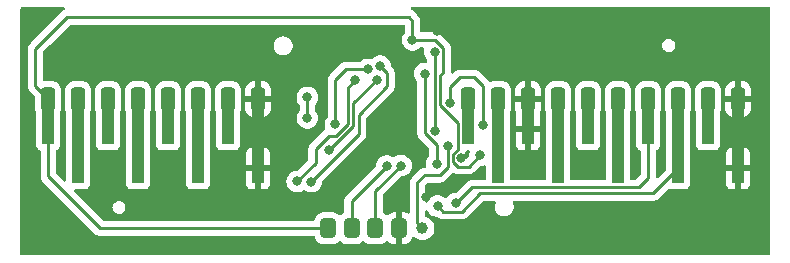
<source format=gbr>
%TF.GenerationSoftware,KiCad,Pcbnew,8.0.6*%
%TF.CreationDate,2024-11-25T22:11:24+01:00*%
%TF.ProjectId,nard_sam,6e617264-5f73-4616-9d2e-6b696361645f,rev?*%
%TF.SameCoordinates,Original*%
%TF.FileFunction,Copper,L2,Bot*%
%TF.FilePolarity,Positive*%
%FSLAX46Y46*%
G04 Gerber Fmt 4.6, Leading zero omitted, Abs format (unit mm)*
G04 Created by KiCad (PCBNEW 8.0.6) date 2024-11-25 22:11:24*
%MOMM*%
%LPD*%
G01*
G04 APERTURE LIST*
G04 Aperture macros list*
%AMRoundRect*
0 Rectangle with rounded corners*
0 $1 Rounding radius*
0 $2 $3 $4 $5 $6 $7 $8 $9 X,Y pos of 4 corners*
0 Add a 4 corners polygon primitive as box body*
4,1,4,$2,$3,$4,$5,$6,$7,$8,$9,$2,$3,0*
0 Add four circle primitives for the rounded corners*
1,1,$1+$1,$2,$3*
1,1,$1+$1,$4,$5*
1,1,$1+$1,$6,$7*
1,1,$1+$1,$8,$9*
0 Add four rect primitives between the rounded corners*
20,1,$1+$1,$2,$3,$4,$5,0*
20,1,$1+$1,$4,$5,$6,$7,0*
20,1,$1+$1,$6,$7,$8,$9,0*
20,1,$1+$1,$8,$9,$2,$3,0*%
G04 Aperture macros list end*
%TA.AperFunction,SMDPad,CuDef*%
%ADD10C,1.000000*%
%TD*%
%TA.AperFunction,SMDPad,CuDef*%
%ADD11R,1.000000X2.510000*%
%TD*%
%TA.AperFunction,SMDPad,CuDef*%
%ADD12RoundRect,0.325000X0.325000X0.525000X-0.325000X0.525000X-0.325000X-0.525000X0.325000X-0.525000X0*%
%TD*%
%TA.AperFunction,SMDPad,CuDef*%
%ADD13RoundRect,0.300000X-0.300000X-0.700000X0.300000X-0.700000X0.300000X0.700000X-0.300000X0.700000X0*%
%TD*%
%TA.AperFunction,ViaPad*%
%ADD14C,0.800000*%
%TD*%
%TA.AperFunction,Conductor*%
%ADD15C,0.250000*%
%TD*%
%TA.AperFunction,Conductor*%
%ADD16C,1.000000*%
%TD*%
G04 APERTURE END LIST*
D10*
%TO.P,TP1,1,1*%
%TO.N,/~{RESET}*%
X105800000Y-78700000D03*
%TD*%
D11*
%TO.P,J3,1,Pin_1*%
%TO.N,+5V*%
X74110000Y-70345000D03*
%TO.P,J3,2,Pin_2*%
%TO.N,/PA7*%
X76650000Y-73655000D03*
%TO.P,J3,3,Pin_3*%
%TO.N,/PA6*%
X79190000Y-70345000D03*
%TO.P,J3,4,Pin_4*%
%TO.N,/PA4*%
X81730000Y-73655000D03*
%TO.P,J3,5,Pin_5*%
%TO.N,/PB3*%
X84270000Y-70345000D03*
%TO.P,J3,6,Pin_6*%
%TO.N,/PB2*%
X86810000Y-73655000D03*
%TO.P,J3,7,Pin_7*%
%TO.N,/PC3*%
X89350000Y-70345000D03*
%TO.P,J3,8,Pin_8*%
%TO.N,GND*%
X91890000Y-73655000D03*
%TD*%
D12*
%TO.P,J5,1,Pin_1*%
%TO.N,+5V*%
X97800000Y-78700000D03*
%TO.P,J5,2,Pin_2*%
%TO.N,/USB_DM*%
X99800000Y-78700000D03*
%TO.P,J5,3,Pin_3*%
%TO.N,/USB_DP*%
X101800000Y-78700000D03*
%TO.P,J5,4,Pin_4*%
%TO.N,GND*%
X103800000Y-78700000D03*
%TD*%
D11*
%TO.P,J4,1,Pin_1*%
%TO.N,+3.3V*%
X109670000Y-70345000D03*
%TO.P,J4,2,Pin_2*%
%TO.N,/SWCLK*%
X112210000Y-73655000D03*
%TO.P,J4,3,Pin_3*%
%TO.N,GND*%
X114750000Y-70345000D03*
%TO.P,J4,4,Pin_4*%
%TO.N,/SWDIO*%
X117290000Y-73655000D03*
%TO.P,J4,5,Pin_5*%
%TO.N,/UART_TX*%
X119830000Y-70345000D03*
%TO.P,J4,6,Pin_6*%
%TO.N,/UART_RX*%
X122370000Y-73655000D03*
%TO.P,J4,7,Pin_7*%
%TO.N,/PC1*%
X124910000Y-70345000D03*
%TO.P,J4,8,Pin_8*%
%TO.N,/PC0*%
X127450000Y-73655000D03*
%TO.P,J4,9,Pin_9*%
%TO.N,/PB14*%
X129990000Y-70345000D03*
%TO.P,J4,10,Pin_10*%
%TO.N,GND*%
X132530000Y-73655000D03*
%TD*%
D13*
%TO.P,J6,1,Pin_1*%
%TO.N,+5V*%
X74110000Y-67780000D03*
%TO.P,J6,2,Pin_2*%
%TO.N,/PA7*%
X76650000Y-67780000D03*
%TO.P,J6,3,Pin_3*%
%TO.N,/PA6*%
X79190000Y-67780000D03*
%TO.P,J6,4,Pin_4*%
%TO.N,/PA4*%
X81730000Y-67780000D03*
%TO.P,J6,5,Pin_5*%
%TO.N,/PB3*%
X84270000Y-67780000D03*
%TO.P,J6,6,Pin_6*%
%TO.N,/PB2*%
X86810000Y-67780000D03*
%TO.P,J6,7,Pin_7*%
%TO.N,/PC3*%
X89350000Y-67780000D03*
%TO.P,J6,8,Pin_8*%
%TO.N,GND*%
X91890000Y-67780000D03*
%TD*%
%TO.P,J7,1,Pin_1*%
%TO.N,+3.3V*%
X109670000Y-67780000D03*
%TO.P,J7,2,Pin_2*%
%TO.N,/SWCLK*%
X112210000Y-67780000D03*
%TO.P,J7,3,Pin_3*%
%TO.N,GND*%
X114750000Y-67780000D03*
%TO.P,J7,4,Pin_4*%
%TO.N,/SWDIO*%
X117290000Y-67780000D03*
%TO.P,J7,5,Pin_5*%
%TO.N,/UART_TX*%
X119830000Y-67780000D03*
%TO.P,J7,6,Pin_6*%
%TO.N,/UART_RX*%
X122370000Y-67780000D03*
%TO.P,J7,7,Pin_7*%
%TO.N,/PC1*%
X124910000Y-67780000D03*
%TO.P,J7,8,Pin_8*%
%TO.N,/PC0*%
X127450000Y-67780000D03*
%TO.P,J7,9,Pin_9*%
%TO.N,/PB14*%
X129990000Y-67780000D03*
%TO.P,J7,10,Pin_10*%
%TO.N,GND*%
X132530000Y-67780000D03*
%TD*%
D14*
%TO.N,+5V*%
X110675000Y-72550000D03*
X104952800Y-62763400D03*
%TO.N,GND*%
X132525000Y-65200000D03*
X101800000Y-63750000D03*
X103900000Y-69011800D03*
X84350000Y-74900000D03*
X130050000Y-74000000D03*
X91050000Y-77050000D03*
X78625000Y-75275000D03*
X129300000Y-63800000D03*
X91000000Y-63200000D03*
X126625000Y-77400000D03*
X107000000Y-62000000D03*
X115475000Y-77325000D03*
X103925000Y-70625000D03*
X115575000Y-63075000D03*
X99263200Y-63373000D03*
X106100000Y-76100000D03*
X112350000Y-62875000D03*
X74075000Y-65150000D03*
X105181400Y-64490600D03*
X102300000Y-69025000D03*
X73975000Y-78350000D03*
X120050000Y-73325000D03*
X84375000Y-64950000D03*
X79950000Y-62575000D03*
X109100000Y-72775000D03*
X78025000Y-65350000D03*
X123750000Y-65125000D03*
X102300000Y-70625000D03*
X119625000Y-65375000D03*
%TO.N,/PC0*%
X107075000Y-76850000D03*
%TO.N,/PC1*%
X108650000Y-76600000D03*
%TO.N,/USB_DM*%
X102768400Y-73456800D03*
%TO.N,/USB_DP*%
X103987600Y-73406000D03*
%TO.N,/~{RESET}*%
X107924600Y-71729600D03*
%TO.N,/SC1_VCC*%
X101168200Y-65252600D03*
X98425000Y-69900000D03*
%TO.N,/SC2_VCC*%
X105994200Y-65630800D03*
X107010200Y-73250800D03*
%TO.N,/SC1_CLK*%
X96050000Y-67625000D03*
X96050000Y-69375000D03*
%TO.N,/SC1_C4*%
X97850000Y-72100000D03*
X101912250Y-66187250D03*
%TO.N,/SC1_IO*%
X100100000Y-66200000D03*
X95200000Y-74750000D03*
%TO.N,/SC1_C8*%
X102225000Y-64975000D03*
X96375000Y-74775000D03*
%TO.N,/SC2_IO*%
X108150000Y-68125000D03*
X110950000Y-69975000D03*
%TO.N,/SC2_PRsNT*%
X106857800Y-70507600D03*
X106850000Y-63775000D03*
%TD*%
D15*
%TO.N,+5V*%
X106863705Y-62763400D02*
X104952800Y-62763400D01*
X107575000Y-63474695D02*
X106863705Y-62763400D01*
X107575000Y-65518800D02*
X107575000Y-63474695D01*
X107307800Y-65786000D02*
X107575000Y-65518800D01*
X108839000Y-69839305D02*
X107307800Y-68308105D01*
X107307800Y-68308105D02*
X107307800Y-65786000D01*
X108839000Y-72010695D02*
X108839000Y-69839305D01*
X108375000Y-72474695D02*
X108839000Y-72010695D01*
X108375000Y-73075305D02*
X108375000Y-72474695D01*
X109725000Y-73500000D02*
X108799695Y-73500000D01*
X110675000Y-72550000D02*
X109725000Y-73500000D01*
X108799695Y-73500000D02*
X108375000Y-73075305D01*
X73025000Y-63500000D02*
X73025000Y-66695000D01*
X75692000Y-60833000D02*
X73025000Y-63500000D01*
X73025000Y-66695000D02*
X74110000Y-67780000D01*
X104648000Y-60833000D02*
X75692000Y-60833000D01*
X104952800Y-62763400D02*
X104952800Y-61137800D01*
X104952800Y-61137800D02*
X104648000Y-60833000D01*
X74110000Y-74327600D02*
X74110000Y-70345000D01*
X97800000Y-78700000D02*
X78500000Y-78700000D01*
X78500000Y-78700000D02*
X74127600Y-74327600D01*
X74127600Y-74327600D02*
X74110000Y-74327600D01*
D16*
X74110000Y-70345000D02*
X74110000Y-67780000D01*
%TO.N,/PA7*%
X76650000Y-73655000D02*
X76650000Y-67780000D01*
%TO.N,/PA6*%
X79190000Y-67780000D02*
X79190000Y-70345000D01*
%TO.N,/PA4*%
X81730000Y-67780000D02*
X81730000Y-73655000D01*
%TO.N,/PB3*%
X84270000Y-70345000D02*
X84270000Y-67780000D01*
%TO.N,/PB2*%
X86810000Y-67780000D02*
X86810000Y-73655000D01*
%TO.N,/PC3*%
X89350000Y-67780000D02*
X89350000Y-70345000D01*
%TO.N,GND*%
X91890000Y-73655000D02*
X91890000Y-67780000D01*
X132530000Y-73655000D02*
X132530000Y-67780000D01*
X114750000Y-67780000D02*
X114750000Y-70345000D01*
%TO.N,/PB14*%
X129990000Y-70345000D02*
X129990000Y-67780000D01*
D15*
%TO.N,/PC0*%
X110700000Y-75750000D02*
X125355000Y-75750000D01*
D16*
X127450000Y-67780000D02*
X127450000Y-73655000D01*
D15*
X125355000Y-75750000D02*
X127450000Y-73655000D01*
X107075000Y-76850000D02*
X107550000Y-77325000D01*
X109125000Y-77325000D02*
X110700000Y-75750000D01*
X107550000Y-77325000D02*
X109125000Y-77325000D01*
%TO.N,/PC1*%
X108650000Y-76600000D02*
X110000000Y-75250000D01*
X124910000Y-74465000D02*
X124910000Y-70345000D01*
X110000000Y-75250000D02*
X124125000Y-75250000D01*
X124125000Y-75250000D02*
X124910000Y-74465000D01*
D16*
X124910000Y-70345000D02*
X124910000Y-67780000D01*
%TO.N,/UART_RX*%
X122370000Y-67780000D02*
X122370000Y-73655000D01*
%TO.N,/UART_TX*%
X119830000Y-70345000D02*
X119830000Y-67780000D01*
%TO.N,/SWDIO*%
X117290000Y-67780000D02*
X117290000Y-73655000D01*
%TO.N,/SWCLK*%
X112210000Y-67780000D02*
X112210000Y-73655000D01*
%TO.N,+3.3V*%
X109670000Y-70345000D02*
X109670000Y-67780000D01*
D15*
%TO.N,/USB_DM*%
X102768400Y-73456800D02*
X99800000Y-76425200D01*
X99800000Y-76425200D02*
X99800000Y-78700000D01*
%TO.N,/USB_DP*%
X101800000Y-75593600D02*
X101800000Y-78700000D01*
X103987600Y-73406000D02*
X101800000Y-75593600D01*
%TO.N,/~{RESET}*%
X105375000Y-78275000D02*
X105800000Y-78700000D01*
X105375000Y-74825000D02*
X105375000Y-78275000D01*
X105975000Y-74225000D02*
X105375000Y-74825000D01*
X107924600Y-73550400D02*
X107250000Y-74225000D01*
X107250000Y-74225000D02*
X105975000Y-74225000D01*
X107924600Y-71729600D02*
X107924600Y-73550400D01*
%TO.N,/SC1_VCC*%
X99297400Y-65252600D02*
X101168200Y-65252600D01*
X98425000Y-69900000D02*
X98425000Y-66125000D01*
X98425000Y-66125000D02*
X99297400Y-65252600D01*
%TO.N,/SC2_VCC*%
X105994200Y-70669305D02*
X107010200Y-71685305D01*
X107010200Y-71685305D02*
X107010200Y-73250800D01*
X105994200Y-65630800D02*
X105994200Y-70669305D01*
%TO.N,/SC1_CLK*%
X96050000Y-69375000D02*
X96050000Y-67625000D01*
%TO.N,/SC1_C4*%
X99950000Y-68149500D02*
X99950000Y-70075000D01*
X101912250Y-66187250D02*
X99950000Y-68149500D01*
X99950000Y-70075000D02*
X97925000Y-72100000D01*
X97925000Y-72100000D02*
X97850000Y-72100000D01*
%TO.N,/SC1_IO*%
X97925000Y-70875000D02*
X96775000Y-72025000D01*
X99500000Y-66800000D02*
X99500000Y-69850305D01*
X96775000Y-73175000D02*
X95200000Y-74750000D01*
X98475305Y-70875000D02*
X97925000Y-70875000D01*
X99500000Y-69850305D02*
X98475305Y-70875000D01*
X100100000Y-66200000D02*
X99500000Y-66800000D01*
X96775000Y-72025000D02*
X96775000Y-73175000D01*
%TO.N,/SC1_C8*%
X100400000Y-70750000D02*
X96375000Y-74775000D01*
X100400000Y-69100000D02*
X100400000Y-70750000D01*
X102225000Y-64975000D02*
X102800000Y-65550000D01*
X102800000Y-65550000D02*
X102800000Y-66700000D01*
X102800000Y-66700000D02*
X100400000Y-69100000D01*
%TO.N,/SC2_IO*%
X110175000Y-65925000D02*
X110950000Y-66700000D01*
X110950000Y-66700000D02*
X110950000Y-69975000D01*
X108150000Y-68125000D02*
X108150000Y-66750000D01*
X108150000Y-66750000D02*
X108975000Y-65925000D01*
X108975000Y-65925000D02*
X110175000Y-65925000D01*
%TO.N,/SC2_PRsNT*%
X106857800Y-63776600D02*
X106851600Y-63776600D01*
X106857800Y-70507600D02*
X106857800Y-63776600D01*
X106851600Y-63776600D02*
X106850000Y-63775000D01*
%TD*%
%TA.AperFunction,Conductor*%
%TO.N,GND*%
G36*
X75482299Y-60020002D02*
G01*
X75528792Y-60073658D01*
X75538896Y-60143932D01*
X75509402Y-60208512D01*
X75462397Y-60242407D01*
X75391930Y-60271597D01*
X75391925Y-60271599D01*
X75288167Y-60340927D01*
X75288161Y-60340932D01*
X72621167Y-63007929D01*
X72532931Y-63096164D01*
X72532926Y-63096171D01*
X72463601Y-63199923D01*
X72415846Y-63315212D01*
X72391500Y-63437603D01*
X72391500Y-66757396D01*
X72392495Y-66762396D01*
X72415845Y-66879785D01*
X72463600Y-66995075D01*
X72532929Y-67098833D01*
X72532931Y-67098835D01*
X72964595Y-67530499D01*
X72998621Y-67592811D01*
X73001500Y-67619594D01*
X73001500Y-68525406D01*
X73016783Y-68661047D01*
X73035791Y-68715370D01*
X73076956Y-68833014D01*
X73076957Y-68833015D01*
X73082185Y-68841335D01*
X73101500Y-68908374D01*
X73101500Y-71648649D01*
X73108009Y-71709196D01*
X73108011Y-71709204D01*
X73159110Y-71846202D01*
X73159112Y-71846207D01*
X73246738Y-71963261D01*
X73363796Y-72050889D01*
X73394531Y-72062353D01*
X73451368Y-72104899D01*
X73476179Y-72171419D01*
X73476500Y-72180409D01*
X73476500Y-74265206D01*
X73476500Y-74389994D01*
X73500845Y-74512385D01*
X73548600Y-74627675D01*
X73617929Y-74731433D01*
X73706167Y-74819671D01*
X73748891Y-74848218D01*
X73767984Y-74863888D01*
X78096167Y-79192071D01*
X78199925Y-79261400D01*
X78315215Y-79309155D01*
X78437606Y-79333500D01*
X78562393Y-79333500D01*
X96544592Y-79333500D01*
X96612713Y-79353502D01*
X96659206Y-79407158D01*
X96666865Y-79429086D01*
X96688014Y-79514124D01*
X96768567Y-79676543D01*
X96882151Y-79817849D01*
X97023457Y-79931433D01*
X97185876Y-80011986D01*
X97361814Y-80055740D01*
X97402517Y-80058500D01*
X98197482Y-80058499D01*
X98197489Y-80058499D01*
X98197493Y-80058498D01*
X98238186Y-80055740D01*
X98414124Y-80011986D01*
X98576543Y-79931433D01*
X98717849Y-79817849D01*
X98717851Y-79817846D01*
X98721060Y-79815267D01*
X98786686Y-79788179D01*
X98856539Y-79800871D01*
X98878940Y-79815267D01*
X98882148Y-79817846D01*
X98882151Y-79817849D01*
X99023457Y-79931433D01*
X99185876Y-80011986D01*
X99361814Y-80055740D01*
X99402517Y-80058500D01*
X100197482Y-80058499D01*
X100197489Y-80058499D01*
X100197493Y-80058498D01*
X100238186Y-80055740D01*
X100414124Y-80011986D01*
X100576543Y-79931433D01*
X100717849Y-79817849D01*
X100717851Y-79817846D01*
X100721060Y-79815267D01*
X100786686Y-79788179D01*
X100856539Y-79800871D01*
X100878940Y-79815267D01*
X100882148Y-79817846D01*
X100882151Y-79817849D01*
X101023457Y-79931433D01*
X101185876Y-80011986D01*
X101361814Y-80055740D01*
X101402517Y-80058500D01*
X102197482Y-80058499D01*
X102197489Y-80058499D01*
X102197493Y-80058498D01*
X102238186Y-80055740D01*
X102414124Y-80011986D01*
X102576543Y-79931433D01*
X102717849Y-79817849D01*
X102717849Y-79817848D01*
X102721459Y-79814947D01*
X102787085Y-79787858D01*
X102856938Y-79800550D01*
X102879340Y-79814947D01*
X103023728Y-79931011D01*
X103186049Y-80011513D01*
X103361880Y-80055240D01*
X103361887Y-80055241D01*
X103402557Y-80057999D01*
X103546000Y-80057999D01*
X103546000Y-77342000D01*
X103402559Y-77342000D01*
X103402555Y-77342001D01*
X103361884Y-77344758D01*
X103186048Y-77388486D01*
X103023727Y-77468989D01*
X103023725Y-77468990D01*
X102879339Y-77585052D01*
X102813714Y-77612141D01*
X102743861Y-77599449D01*
X102721459Y-77585052D01*
X102576546Y-77468569D01*
X102576543Y-77468567D01*
X102503515Y-77432347D01*
X102451375Y-77384160D01*
X102433500Y-77319468D01*
X102433500Y-75908194D01*
X102453502Y-75840073D01*
X102470405Y-75819099D01*
X103938100Y-74351405D01*
X104000412Y-74317379D01*
X104027195Y-74314500D01*
X104083087Y-74314500D01*
X104269888Y-74274794D01*
X104444352Y-74197118D01*
X104598853Y-74084866D01*
X104599182Y-74084501D01*
X104726634Y-73942951D01*
X104726635Y-73942949D01*
X104726640Y-73942944D01*
X104822127Y-73777556D01*
X104881142Y-73595928D01*
X104901104Y-73406000D01*
X104881142Y-73216072D01*
X104822127Y-73034444D01*
X104726640Y-72869056D01*
X104726638Y-72869054D01*
X104726634Y-72869048D01*
X104598855Y-72727135D01*
X104444352Y-72614882D01*
X104269888Y-72537206D01*
X104083087Y-72497500D01*
X103892113Y-72497500D01*
X103705311Y-72537206D01*
X103530847Y-72614882D01*
X103417101Y-72697524D01*
X103350233Y-72721383D01*
X103281082Y-72705302D01*
X103268979Y-72697524D01*
X103225154Y-72665683D01*
X103225153Y-72665682D01*
X103050688Y-72588006D01*
X102863887Y-72548300D01*
X102672913Y-72548300D01*
X102486111Y-72588006D01*
X102311647Y-72665682D01*
X102157144Y-72777935D01*
X102029365Y-72919848D01*
X102029358Y-72919858D01*
X101933876Y-73085238D01*
X101933873Y-73085245D01*
X101874857Y-73266872D01*
X101857492Y-73432092D01*
X101830479Y-73497749D01*
X101821277Y-73508016D01*
X99396167Y-75933129D01*
X99307931Y-76021364D01*
X99307926Y-76021371D01*
X99238601Y-76125123D01*
X99195804Y-76228444D01*
X99190845Y-76240415D01*
X99187189Y-76258794D01*
X99166500Y-76362803D01*
X99166500Y-77319468D01*
X99146498Y-77387589D01*
X99096485Y-77432347D01*
X99023456Y-77468567D01*
X99023454Y-77468568D01*
X98878938Y-77584732D01*
X98813312Y-77611820D01*
X98743459Y-77599127D01*
X98721059Y-77584732D01*
X98717850Y-77582153D01*
X98717849Y-77582151D01*
X98576543Y-77468567D01*
X98414124Y-77388014D01*
X98238186Y-77344260D01*
X98238182Y-77344259D01*
X98197492Y-77341500D01*
X97402510Y-77341500D01*
X97402504Y-77341501D01*
X97361818Y-77344259D01*
X97359807Y-77344759D01*
X97185876Y-77388014D01*
X97129609Y-77415920D01*
X97023458Y-77468566D01*
X96882151Y-77582151D01*
X96768566Y-77723458D01*
X96688013Y-77885878D01*
X96678355Y-77924714D01*
X96666866Y-77970909D01*
X96631017Y-78032188D01*
X96567727Y-78064358D01*
X96544592Y-78066500D01*
X78814594Y-78066500D01*
X78746473Y-78046498D01*
X78725499Y-78029595D01*
X77642901Y-76946997D01*
X79551415Y-76946997D01*
X79551415Y-76947002D01*
X79571904Y-77096078D01*
X79571906Y-77096086D01*
X79631860Y-77234116D01*
X79677330Y-77290005D01*
X79726831Y-77350849D01*
X79726837Y-77350853D01*
X79726838Y-77350854D01*
X79849767Y-77437627D01*
X79849773Y-77437630D01*
X79849775Y-77437632D01*
X79991573Y-77488028D01*
X80141710Y-77498297D01*
X80289050Y-77467680D01*
X80422665Y-77398446D01*
X80532647Y-77295730D01*
X80610838Y-77167151D01*
X80622671Y-77124916D01*
X80651438Y-77022250D01*
X80651439Y-77022240D01*
X80654000Y-76947004D01*
X80654000Y-76946995D01*
X80651439Y-76871759D01*
X80651438Y-76871749D01*
X80610838Y-76726849D01*
X80532647Y-76598270D01*
X80473629Y-76543151D01*
X80422665Y-76495554D01*
X80383052Y-76475028D01*
X80289052Y-76426320D01*
X80210483Y-76409994D01*
X80141710Y-76395703D01*
X80141708Y-76395703D01*
X79991576Y-76405971D01*
X79991574Y-76405971D01*
X79991573Y-76405972D01*
X79926929Y-76428947D01*
X79849772Y-76456369D01*
X79849767Y-76456372D01*
X79726838Y-76543145D01*
X79726829Y-76543153D01*
X79631860Y-76659883D01*
X79571906Y-76797913D01*
X79571904Y-76797921D01*
X79551415Y-76946997D01*
X77642901Y-76946997D01*
X76329499Y-75633595D01*
X76295473Y-75571283D01*
X76300538Y-75500468D01*
X76343085Y-75443632D01*
X76409605Y-75418821D01*
X76418594Y-75418500D01*
X77198632Y-75418500D01*
X77198638Y-75418500D01*
X77198645Y-75418499D01*
X77198649Y-75418499D01*
X77259196Y-75411990D01*
X77259199Y-75411989D01*
X77259201Y-75411989D01*
X77396204Y-75360889D01*
X77396799Y-75360444D01*
X77513261Y-75273261D01*
X77600887Y-75156207D01*
X77600887Y-75156206D01*
X77600889Y-75156204D01*
X77651989Y-75019201D01*
X77658500Y-74958638D01*
X77658500Y-72351362D01*
X77658500Y-68908374D01*
X77677815Y-68841335D01*
X77683043Y-68833015D01*
X77743217Y-68661047D01*
X77758500Y-68525406D01*
X77758500Y-67034594D01*
X78081500Y-67034594D01*
X78081500Y-68525406D01*
X78096783Y-68661047D01*
X78115791Y-68715370D01*
X78156956Y-68833014D01*
X78156957Y-68833015D01*
X78162185Y-68841335D01*
X78181500Y-68908374D01*
X78181500Y-71648649D01*
X78188009Y-71709196D01*
X78188011Y-71709204D01*
X78239110Y-71846202D01*
X78239112Y-71846207D01*
X78326738Y-71963261D01*
X78443792Y-72050887D01*
X78443794Y-72050888D01*
X78443796Y-72050889D01*
X78474532Y-72062353D01*
X78580795Y-72101988D01*
X78580803Y-72101990D01*
X78641350Y-72108499D01*
X78641355Y-72108499D01*
X78641362Y-72108500D01*
X78641368Y-72108500D01*
X79738632Y-72108500D01*
X79738638Y-72108500D01*
X79738645Y-72108499D01*
X79738649Y-72108499D01*
X79799196Y-72101990D01*
X79799199Y-72101989D01*
X79799201Y-72101989D01*
X79936204Y-72050889D01*
X79936799Y-72050444D01*
X80053261Y-71963261D01*
X80140887Y-71846207D01*
X80140887Y-71846206D01*
X80140889Y-71846204D01*
X80191989Y-71709201D01*
X80198500Y-71648638D01*
X80198500Y-69041362D01*
X80198500Y-68908374D01*
X80217815Y-68841335D01*
X80223043Y-68833015D01*
X80283217Y-68661047D01*
X80298500Y-68525406D01*
X80298500Y-67034594D01*
X80621500Y-67034594D01*
X80621500Y-68525406D01*
X80636783Y-68661047D01*
X80655791Y-68715370D01*
X80696956Y-68833014D01*
X80696957Y-68833015D01*
X80702185Y-68841335D01*
X80721500Y-68908374D01*
X80721500Y-74958632D01*
X80721501Y-74958647D01*
X80728009Y-75019196D01*
X80728011Y-75019204D01*
X80779110Y-75156202D01*
X80779112Y-75156207D01*
X80866738Y-75273261D01*
X80983792Y-75360887D01*
X80983794Y-75360888D01*
X80983796Y-75360889D01*
X81042875Y-75382924D01*
X81120795Y-75411988D01*
X81120803Y-75411990D01*
X81181350Y-75418499D01*
X81181355Y-75418499D01*
X81181362Y-75418500D01*
X81181368Y-75418500D01*
X82278632Y-75418500D01*
X82278638Y-75418500D01*
X82278645Y-75418499D01*
X82278649Y-75418499D01*
X82339196Y-75411990D01*
X82339199Y-75411989D01*
X82339201Y-75411989D01*
X82476204Y-75360889D01*
X82476799Y-75360444D01*
X82593261Y-75273261D01*
X82680887Y-75156207D01*
X82680887Y-75156206D01*
X82680889Y-75156204D01*
X82731989Y-75019201D01*
X82738500Y-74958638D01*
X82738500Y-72351362D01*
X82738500Y-68908374D01*
X82757815Y-68841335D01*
X82763043Y-68833015D01*
X82823217Y-68661047D01*
X82838500Y-68525406D01*
X82838500Y-67034594D01*
X83161500Y-67034594D01*
X83161500Y-68525406D01*
X83176783Y-68661047D01*
X83195791Y-68715370D01*
X83236956Y-68833014D01*
X83236957Y-68833015D01*
X83242185Y-68841335D01*
X83261500Y-68908374D01*
X83261500Y-71648649D01*
X83268009Y-71709196D01*
X83268011Y-71709204D01*
X83319110Y-71846202D01*
X83319112Y-71846207D01*
X83406738Y-71963261D01*
X83523792Y-72050887D01*
X83523794Y-72050888D01*
X83523796Y-72050889D01*
X83554532Y-72062353D01*
X83660795Y-72101988D01*
X83660803Y-72101990D01*
X83721350Y-72108499D01*
X83721355Y-72108499D01*
X83721362Y-72108500D01*
X83721368Y-72108500D01*
X84818632Y-72108500D01*
X84818638Y-72108500D01*
X84818645Y-72108499D01*
X84818649Y-72108499D01*
X84879196Y-72101990D01*
X84879199Y-72101989D01*
X84879201Y-72101989D01*
X85016204Y-72050889D01*
X85016799Y-72050444D01*
X85133261Y-71963261D01*
X85220887Y-71846207D01*
X85220887Y-71846206D01*
X85220889Y-71846204D01*
X85271989Y-71709201D01*
X85278500Y-71648638D01*
X85278500Y-69041362D01*
X85278500Y-68908374D01*
X85297815Y-68841335D01*
X85303043Y-68833015D01*
X85363217Y-68661047D01*
X85378500Y-68525406D01*
X85378500Y-67034594D01*
X85701500Y-67034594D01*
X85701500Y-68525406D01*
X85716783Y-68661047D01*
X85735791Y-68715370D01*
X85776956Y-68833014D01*
X85776957Y-68833015D01*
X85782185Y-68841335D01*
X85801500Y-68908374D01*
X85801500Y-74958632D01*
X85801501Y-74958647D01*
X85808009Y-75019196D01*
X85808011Y-75019204D01*
X85859110Y-75156202D01*
X85859112Y-75156207D01*
X85946738Y-75273261D01*
X86063792Y-75360887D01*
X86063794Y-75360888D01*
X86063796Y-75360889D01*
X86122875Y-75382924D01*
X86200795Y-75411988D01*
X86200803Y-75411990D01*
X86261350Y-75418499D01*
X86261355Y-75418499D01*
X86261362Y-75418500D01*
X86261368Y-75418500D01*
X87358632Y-75418500D01*
X87358638Y-75418500D01*
X87358645Y-75418499D01*
X87358649Y-75418499D01*
X87419196Y-75411990D01*
X87419199Y-75411989D01*
X87419201Y-75411989D01*
X87556204Y-75360889D01*
X87556799Y-75360444D01*
X87673261Y-75273261D01*
X87760887Y-75156207D01*
X87760887Y-75156206D01*
X87760889Y-75156204D01*
X87811989Y-75019201D01*
X87818500Y-74958638D01*
X87818500Y-74958597D01*
X90882000Y-74958597D01*
X90888505Y-75019093D01*
X90939555Y-75155964D01*
X90939555Y-75155965D01*
X91027095Y-75272904D01*
X91144034Y-75360444D01*
X91280906Y-75411494D01*
X91341402Y-75417999D01*
X91341415Y-75418000D01*
X91636000Y-75418000D01*
X92144000Y-75418000D01*
X92438585Y-75418000D01*
X92438597Y-75417999D01*
X92499093Y-75411494D01*
X92635964Y-75360444D01*
X92635965Y-75360444D01*
X92752904Y-75272904D01*
X92840444Y-75155965D01*
X92840444Y-75155964D01*
X92891494Y-75019093D01*
X92897999Y-74958597D01*
X92898000Y-74958585D01*
X92898000Y-74750000D01*
X94286496Y-74750000D01*
X94306457Y-74939927D01*
X94336526Y-75032470D01*
X94365473Y-75121556D01*
X94365476Y-75121561D01*
X94460958Y-75286941D01*
X94460965Y-75286951D01*
X94588744Y-75428864D01*
X94623154Y-75453864D01*
X94743248Y-75541118D01*
X94917712Y-75618794D01*
X95104513Y-75658500D01*
X95295487Y-75658500D01*
X95482288Y-75618794D01*
X95656752Y-75541118D01*
X95696235Y-75512431D01*
X95763101Y-75488574D01*
X95832253Y-75504654D01*
X95844357Y-75512432D01*
X95918248Y-75566118D01*
X96092712Y-75643794D01*
X96279513Y-75683500D01*
X96470487Y-75683500D01*
X96657288Y-75643794D01*
X96831752Y-75566118D01*
X96986253Y-75453866D01*
X97018548Y-75417999D01*
X97114034Y-75311951D01*
X97114035Y-75311949D01*
X97114040Y-75311944D01*
X97209527Y-75146556D01*
X97268542Y-74964928D01*
X97285907Y-74799703D01*
X97312920Y-74734048D01*
X97322104Y-74723798D01*
X100892072Y-71153833D01*
X100961401Y-71050075D01*
X100995168Y-70968552D01*
X101009155Y-70934785D01*
X101033500Y-70812394D01*
X101033500Y-69414594D01*
X101053502Y-69346473D01*
X101070405Y-69325499D01*
X103292067Y-67103838D01*
X103292067Y-67103837D01*
X103292072Y-67103833D01*
X103361401Y-67000075D01*
X103409155Y-66884784D01*
X103410150Y-66879785D01*
X103433500Y-66762394D01*
X103433500Y-65487606D01*
X103409155Y-65365215D01*
X103408486Y-65363601D01*
X103401426Y-65346556D01*
X103401425Y-65346554D01*
X103361401Y-65249925D01*
X103292072Y-65146167D01*
X103172121Y-65026216D01*
X103138095Y-64963904D01*
X103135908Y-64950306D01*
X103118542Y-64785072D01*
X103059527Y-64603444D01*
X102964040Y-64438056D01*
X102964038Y-64438054D01*
X102964034Y-64438048D01*
X102836255Y-64296135D01*
X102681752Y-64183882D01*
X102507288Y-64106206D01*
X102320487Y-64066500D01*
X102129513Y-64066500D01*
X101942711Y-64106206D01*
X101768247Y-64183882D01*
X101613746Y-64296134D01*
X101569936Y-64344789D01*
X101509489Y-64382028D01*
X101450104Y-64383724D01*
X101263687Y-64344100D01*
X101072713Y-64344100D01*
X100885911Y-64383806D01*
X100711447Y-64461482D01*
X100556947Y-64573733D01*
X100553637Y-64577410D01*
X100493191Y-64614650D01*
X100460000Y-64619100D01*
X99235003Y-64619100D01*
X99161968Y-64633628D01*
X99112615Y-64643445D01*
X99112613Y-64643445D01*
X99112612Y-64643446D01*
X98997323Y-64691201D01*
X98893571Y-64760526D01*
X98893564Y-64760531D01*
X97932931Y-65721164D01*
X97932926Y-65721171D01*
X97863601Y-65824923D01*
X97815846Y-65940212D01*
X97791500Y-66062603D01*
X97791500Y-69197474D01*
X97771498Y-69265595D01*
X97759137Y-69281784D01*
X97685957Y-69363059D01*
X97590476Y-69528438D01*
X97590473Y-69528444D01*
X97575999Y-69572986D01*
X97531457Y-69710072D01*
X97511496Y-69900000D01*
X97531457Y-70089927D01*
X97578368Y-70234300D01*
X97580396Y-70305268D01*
X97543734Y-70366066D01*
X97528545Y-70377997D01*
X97521169Y-70382926D01*
X97521167Y-70382927D01*
X97305095Y-70599000D01*
X96371167Y-71532929D01*
X96282931Y-71621164D01*
X96282926Y-71621171D01*
X96216470Y-71720630D01*
X96213600Y-71724925D01*
X96165845Y-71840215D01*
X96164654Y-71846202D01*
X96141500Y-71962603D01*
X96141500Y-72860406D01*
X96121498Y-72928527D01*
X96104595Y-72949501D01*
X95249501Y-73804595D01*
X95187189Y-73838621D01*
X95160406Y-73841500D01*
X95104513Y-73841500D01*
X94917711Y-73881206D01*
X94743247Y-73958882D01*
X94588744Y-74071135D01*
X94460965Y-74213048D01*
X94460958Y-74213058D01*
X94375311Y-74361404D01*
X94365473Y-74378444D01*
X94351592Y-74421164D01*
X94306457Y-74560072D01*
X94286496Y-74750000D01*
X92898000Y-74750000D01*
X92898000Y-73909000D01*
X92144000Y-73909000D01*
X92144000Y-75418000D01*
X91636000Y-75418000D01*
X91636000Y-73909000D01*
X90882000Y-73909000D01*
X90882000Y-74958597D01*
X87818500Y-74958597D01*
X87818500Y-72351402D01*
X90882000Y-72351402D01*
X90882000Y-73401000D01*
X91636000Y-73401000D01*
X92144000Y-73401000D01*
X92898000Y-73401000D01*
X92898000Y-72351414D01*
X92897999Y-72351402D01*
X92891494Y-72290906D01*
X92840444Y-72154035D01*
X92840444Y-72154034D01*
X92752904Y-72037095D01*
X92635965Y-71949555D01*
X92499093Y-71898505D01*
X92438597Y-71892000D01*
X92144000Y-71892000D01*
X92144000Y-73401000D01*
X91636000Y-73401000D01*
X91636000Y-71892000D01*
X91341402Y-71892000D01*
X91280906Y-71898505D01*
X91144035Y-71949555D01*
X91144034Y-71949555D01*
X91027095Y-72037095D01*
X90939555Y-72154034D01*
X90939555Y-72154035D01*
X90888505Y-72290906D01*
X90882000Y-72351402D01*
X87818500Y-72351402D01*
X87818500Y-72351362D01*
X87818500Y-68908374D01*
X87837815Y-68841335D01*
X87843043Y-68833015D01*
X87903217Y-68661047D01*
X87918500Y-68525406D01*
X87918500Y-67034594D01*
X88241500Y-67034594D01*
X88241500Y-68525406D01*
X88256783Y-68661047D01*
X88275791Y-68715370D01*
X88316956Y-68833014D01*
X88316957Y-68833015D01*
X88322185Y-68841335D01*
X88341500Y-68908374D01*
X88341500Y-71648649D01*
X88348009Y-71709196D01*
X88348011Y-71709204D01*
X88399110Y-71846202D01*
X88399112Y-71846207D01*
X88486738Y-71963261D01*
X88603792Y-72050887D01*
X88603794Y-72050888D01*
X88603796Y-72050889D01*
X88634532Y-72062353D01*
X88740795Y-72101988D01*
X88740803Y-72101990D01*
X88801350Y-72108499D01*
X88801355Y-72108499D01*
X88801362Y-72108500D01*
X88801368Y-72108500D01*
X89898632Y-72108500D01*
X89898638Y-72108500D01*
X89898645Y-72108499D01*
X89898649Y-72108499D01*
X89959196Y-72101990D01*
X89959199Y-72101989D01*
X89959201Y-72101989D01*
X90096204Y-72050889D01*
X90096799Y-72050444D01*
X90213261Y-71963261D01*
X90300887Y-71846207D01*
X90300887Y-71846206D01*
X90300889Y-71846204D01*
X90351989Y-71709201D01*
X90358500Y-71648638D01*
X90358500Y-69041362D01*
X90358500Y-68908374D01*
X90377815Y-68841335D01*
X90383043Y-68833015D01*
X90443217Y-68661047D01*
X90458500Y-68525406D01*
X90458500Y-68525381D01*
X90782000Y-68525381D01*
X90797272Y-68660929D01*
X90797273Y-68660937D01*
X90857412Y-68832799D01*
X90954282Y-68986967D01*
X90954284Y-68986970D01*
X91083029Y-69115715D01*
X91083032Y-69115717D01*
X91237200Y-69212587D01*
X91237199Y-69212587D01*
X91409062Y-69272726D01*
X91409070Y-69272727D01*
X91544618Y-69288000D01*
X91636000Y-69288000D01*
X92144000Y-69288000D01*
X92235382Y-69288000D01*
X92370929Y-69272727D01*
X92370937Y-69272726D01*
X92542799Y-69212587D01*
X92696967Y-69115717D01*
X92696970Y-69115715D01*
X92825715Y-68986970D01*
X92825717Y-68986967D01*
X92922587Y-68832799D01*
X92982726Y-68660937D01*
X92982727Y-68660929D01*
X92998000Y-68525381D01*
X92998000Y-68034000D01*
X92144000Y-68034000D01*
X92144000Y-69288000D01*
X91636000Y-69288000D01*
X91636000Y-68034000D01*
X90782000Y-68034000D01*
X90782000Y-68525381D01*
X90458500Y-68525381D01*
X90458500Y-67625000D01*
X95136496Y-67625000D01*
X95156457Y-67814927D01*
X95186526Y-67907470D01*
X95215473Y-67996556D01*
X95310960Y-68161944D01*
X95384137Y-68243215D01*
X95414853Y-68307220D01*
X95416500Y-68327524D01*
X95416500Y-68672474D01*
X95396498Y-68740595D01*
X95384137Y-68756784D01*
X95310957Y-68838059D01*
X95215476Y-69003438D01*
X95215473Y-69003445D01*
X95156457Y-69185072D01*
X95136496Y-69375000D01*
X95156457Y-69564927D01*
X95186526Y-69657470D01*
X95215473Y-69746556D01*
X95215476Y-69746561D01*
X95310958Y-69911941D01*
X95310965Y-69911951D01*
X95438744Y-70053864D01*
X95488382Y-70089928D01*
X95593248Y-70166118D01*
X95767712Y-70243794D01*
X95954513Y-70283500D01*
X96145487Y-70283500D01*
X96332288Y-70243794D01*
X96506752Y-70166118D01*
X96661253Y-70053866D01*
X96789040Y-69911944D01*
X96884527Y-69746556D01*
X96943542Y-69564928D01*
X96963504Y-69375000D01*
X96943542Y-69185072D01*
X96884527Y-69003444D01*
X96789040Y-68838056D01*
X96715863Y-68756784D01*
X96685146Y-68692776D01*
X96683500Y-68672474D01*
X96683500Y-68327524D01*
X96703502Y-68259403D01*
X96715858Y-68243220D01*
X96789040Y-68161944D01*
X96884527Y-67996556D01*
X96943542Y-67814928D01*
X96963504Y-67625000D01*
X96943542Y-67435072D01*
X96884527Y-67253444D01*
X96789040Y-67088056D01*
X96789038Y-67088054D01*
X96789034Y-67088048D01*
X96661255Y-66946135D01*
X96506752Y-66833882D01*
X96332288Y-66756206D01*
X96145487Y-66716500D01*
X95954513Y-66716500D01*
X95767711Y-66756206D01*
X95593247Y-66833882D01*
X95438744Y-66946135D01*
X95310965Y-67088048D01*
X95310958Y-67088058D01*
X95215476Y-67253438D01*
X95215473Y-67253445D01*
X95156457Y-67435072D01*
X95136496Y-67625000D01*
X90458500Y-67625000D01*
X90458500Y-67034618D01*
X90782000Y-67034618D01*
X90782000Y-67526000D01*
X91636000Y-67526000D01*
X92144000Y-67526000D01*
X92998000Y-67526000D01*
X92998000Y-67034618D01*
X92982727Y-66899070D01*
X92982726Y-66899062D01*
X92922587Y-66727200D01*
X92825717Y-66573032D01*
X92825715Y-66573029D01*
X92696970Y-66444284D01*
X92696967Y-66444282D01*
X92542799Y-66347412D01*
X92542800Y-66347412D01*
X92370937Y-66287273D01*
X92370929Y-66287272D01*
X92235382Y-66272000D01*
X92144000Y-66272000D01*
X92144000Y-67526000D01*
X91636000Y-67526000D01*
X91636000Y-66272000D01*
X91544618Y-66272000D01*
X91409070Y-66287272D01*
X91409062Y-66287273D01*
X91237200Y-66347412D01*
X91083032Y-66444282D01*
X91083029Y-66444284D01*
X90954284Y-66573029D01*
X90954282Y-66573032D01*
X90857412Y-66727200D01*
X90797273Y-66899062D01*
X90797272Y-66899070D01*
X90782000Y-67034618D01*
X90458500Y-67034618D01*
X90458500Y-67034594D01*
X90443217Y-66898953D01*
X90383043Y-66726985D01*
X90383041Y-66726982D01*
X90383041Y-66726981D01*
X90286112Y-66572720D01*
X90286111Y-66572718D01*
X90157281Y-66443888D01*
X90157279Y-66443887D01*
X90003018Y-66346958D01*
X90003015Y-66346957D01*
X89906028Y-66313020D01*
X89831047Y-66286783D01*
X89695406Y-66271500D01*
X89004594Y-66271500D01*
X88868953Y-66286783D01*
X88868950Y-66286783D01*
X88868950Y-66286784D01*
X88696984Y-66346957D01*
X88696981Y-66346958D01*
X88542720Y-66443887D01*
X88542718Y-66443888D01*
X88413888Y-66572718D01*
X88413887Y-66572720D01*
X88316958Y-66726981D01*
X88316957Y-66726984D01*
X88304567Y-66762394D01*
X88256783Y-66898953D01*
X88241500Y-67034594D01*
X87918500Y-67034594D01*
X87903217Y-66898953D01*
X87843043Y-66726985D01*
X87843041Y-66726982D01*
X87843041Y-66726981D01*
X87746112Y-66572720D01*
X87746111Y-66572718D01*
X87617281Y-66443888D01*
X87617279Y-66443887D01*
X87463018Y-66346958D01*
X87463015Y-66346957D01*
X87366028Y-66313020D01*
X87291047Y-66286783D01*
X87155406Y-66271500D01*
X86464594Y-66271500D01*
X86328953Y-66286783D01*
X86328950Y-66286783D01*
X86328950Y-66286784D01*
X86156984Y-66346957D01*
X86156981Y-66346958D01*
X86002720Y-66443887D01*
X86002718Y-66443888D01*
X85873888Y-66572718D01*
X85873887Y-66572720D01*
X85776958Y-66726981D01*
X85776957Y-66726984D01*
X85764567Y-66762394D01*
X85716783Y-66898953D01*
X85701500Y-67034594D01*
X85378500Y-67034594D01*
X85363217Y-66898953D01*
X85303043Y-66726985D01*
X85303041Y-66726982D01*
X85303041Y-66726981D01*
X85206112Y-66572720D01*
X85206111Y-66572718D01*
X85077281Y-66443888D01*
X85077279Y-66443887D01*
X84923018Y-66346958D01*
X84923015Y-66346957D01*
X84826028Y-66313020D01*
X84751047Y-66286783D01*
X84615406Y-66271500D01*
X83924594Y-66271500D01*
X83788953Y-66286783D01*
X83788950Y-66286783D01*
X83788950Y-66286784D01*
X83616984Y-66346957D01*
X83616981Y-66346958D01*
X83462720Y-66443887D01*
X83462718Y-66443888D01*
X83333888Y-66572718D01*
X83333887Y-66572720D01*
X83236958Y-66726981D01*
X83236957Y-66726984D01*
X83224567Y-66762394D01*
X83176783Y-66898953D01*
X83161500Y-67034594D01*
X82838500Y-67034594D01*
X82823217Y-66898953D01*
X82763043Y-66726985D01*
X82763041Y-66726982D01*
X82763041Y-66726981D01*
X82666112Y-66572720D01*
X82666111Y-66572718D01*
X82537281Y-66443888D01*
X82537279Y-66443887D01*
X82383018Y-66346958D01*
X82383015Y-66346957D01*
X82286028Y-66313020D01*
X82211047Y-66286783D01*
X82075406Y-66271500D01*
X81384594Y-66271500D01*
X81248953Y-66286783D01*
X81248950Y-66286783D01*
X81248950Y-66286784D01*
X81076984Y-66346957D01*
X81076981Y-66346958D01*
X80922720Y-66443887D01*
X80922718Y-66443888D01*
X80793888Y-66572718D01*
X80793887Y-66572720D01*
X80696958Y-66726981D01*
X80696957Y-66726984D01*
X80684567Y-66762394D01*
X80636783Y-66898953D01*
X80621500Y-67034594D01*
X80298500Y-67034594D01*
X80283217Y-66898953D01*
X80223043Y-66726985D01*
X80223041Y-66726982D01*
X80223041Y-66726981D01*
X80126112Y-66572720D01*
X80126111Y-66572718D01*
X79997281Y-66443888D01*
X79997279Y-66443887D01*
X79843018Y-66346958D01*
X79843015Y-66346957D01*
X79746028Y-66313020D01*
X79671047Y-66286783D01*
X79535406Y-66271500D01*
X78844594Y-66271500D01*
X78708953Y-66286783D01*
X78708950Y-66286783D01*
X78708950Y-66286784D01*
X78536984Y-66346957D01*
X78536981Y-66346958D01*
X78382720Y-66443887D01*
X78382718Y-66443888D01*
X78253888Y-66572718D01*
X78253887Y-66572720D01*
X78156958Y-66726981D01*
X78156957Y-66726984D01*
X78144567Y-66762394D01*
X78096783Y-66898953D01*
X78081500Y-67034594D01*
X77758500Y-67034594D01*
X77743217Y-66898953D01*
X77683043Y-66726985D01*
X77683041Y-66726982D01*
X77683041Y-66726981D01*
X77586112Y-66572720D01*
X77586111Y-66572718D01*
X77457281Y-66443888D01*
X77457279Y-66443887D01*
X77303018Y-66346958D01*
X77303015Y-66346957D01*
X77206028Y-66313020D01*
X77131047Y-66286783D01*
X76995406Y-66271500D01*
X76304594Y-66271500D01*
X76168953Y-66286783D01*
X76168950Y-66286783D01*
X76168950Y-66286784D01*
X75996984Y-66346957D01*
X75996981Y-66346958D01*
X75842720Y-66443887D01*
X75842718Y-66443888D01*
X75713888Y-66572718D01*
X75713887Y-66572720D01*
X75616958Y-66726981D01*
X75616957Y-66726984D01*
X75604567Y-66762394D01*
X75556783Y-66898953D01*
X75541500Y-67034594D01*
X75541500Y-68525406D01*
X75556783Y-68661047D01*
X75575791Y-68715370D01*
X75616956Y-68833014D01*
X75616957Y-68833015D01*
X75622185Y-68841335D01*
X75641500Y-68908374D01*
X75641500Y-74641406D01*
X75621498Y-74709527D01*
X75567842Y-74756020D01*
X75497568Y-74766124D01*
X75432988Y-74736630D01*
X75426405Y-74730501D01*
X74780405Y-74084501D01*
X74746379Y-74022189D01*
X74743500Y-73995406D01*
X74743500Y-72180409D01*
X74763502Y-72112288D01*
X74817158Y-72065795D01*
X74825469Y-72062353D01*
X74843808Y-72055512D01*
X74856204Y-72050889D01*
X74973261Y-71963261D01*
X75021737Y-71898505D01*
X75060887Y-71846207D01*
X75060887Y-71846206D01*
X75060889Y-71846204D01*
X75111989Y-71709201D01*
X75118500Y-71648638D01*
X75118500Y-69041362D01*
X75118500Y-68908374D01*
X75137815Y-68841335D01*
X75143043Y-68833015D01*
X75203217Y-68661047D01*
X75218500Y-68525406D01*
X75218500Y-67034594D01*
X75203217Y-66898953D01*
X75143043Y-66726985D01*
X75143041Y-66726982D01*
X75143041Y-66726981D01*
X75046112Y-66572720D01*
X75046111Y-66572718D01*
X74917281Y-66443888D01*
X74917279Y-66443887D01*
X74763018Y-66346958D01*
X74763015Y-66346957D01*
X74666028Y-66313020D01*
X74591047Y-66286783D01*
X74455406Y-66271500D01*
X73784500Y-66271500D01*
X73716379Y-66251498D01*
X73669886Y-66197842D01*
X73658500Y-66145500D01*
X73658500Y-63814594D01*
X73678502Y-63746473D01*
X73695405Y-63725499D01*
X74233759Y-63187145D01*
X93206515Y-63187145D01*
X93206515Y-63366855D01*
X93216887Y-63412298D01*
X93246503Y-63542056D01*
X93246506Y-63542063D01*
X93324476Y-63703969D01*
X93324477Y-63703970D01*
X93324478Y-63703972D01*
X93436525Y-63844475D01*
X93577028Y-63956522D01*
X93738941Y-64034496D01*
X93914145Y-64074485D01*
X94093853Y-64074485D01*
X94093855Y-64074485D01*
X94269059Y-64034496D01*
X94430972Y-63956522D01*
X94571475Y-63844475D01*
X94683522Y-63703972D01*
X94761496Y-63542059D01*
X94801485Y-63366855D01*
X94804000Y-63277000D01*
X94801485Y-63187145D01*
X94761496Y-63011941D01*
X94683522Y-62850028D01*
X94571475Y-62709525D01*
X94430972Y-62597478D01*
X94430970Y-62597477D01*
X94430969Y-62597476D01*
X94269063Y-62519506D01*
X94269064Y-62519506D01*
X94269059Y-62519504D01*
X94269057Y-62519503D01*
X94269056Y-62519503D01*
X94197483Y-62503167D01*
X94093855Y-62479515D01*
X94093853Y-62479515D01*
X93914147Y-62479515D01*
X93914145Y-62479515D01*
X93834169Y-62497768D01*
X93738943Y-62519503D01*
X93738936Y-62519506D01*
X93577030Y-62597476D01*
X93436525Y-62709525D01*
X93324476Y-62850030D01*
X93246506Y-63011936D01*
X93246503Y-63011943D01*
X93233056Y-63070859D01*
X93206515Y-63187145D01*
X74233759Y-63187145D01*
X75917500Y-61503405D01*
X75979812Y-61469379D01*
X76006595Y-61466500D01*
X104193300Y-61466500D01*
X104261421Y-61486502D01*
X104307914Y-61540158D01*
X104319300Y-61592500D01*
X104319300Y-62060874D01*
X104299298Y-62128995D01*
X104286937Y-62145184D01*
X104213757Y-62226459D01*
X104118276Y-62391838D01*
X104118273Y-62391845D01*
X104059257Y-62573472D01*
X104039296Y-62763400D01*
X104059257Y-62953327D01*
X104078303Y-63011943D01*
X104118273Y-63134956D01*
X104118276Y-63134961D01*
X104213758Y-63300341D01*
X104213765Y-63300351D01*
X104341544Y-63442264D01*
X104341547Y-63442266D01*
X104496048Y-63554518D01*
X104670512Y-63632194D01*
X104857313Y-63671900D01*
X105048287Y-63671900D01*
X105235088Y-63632194D01*
X105409552Y-63554518D01*
X105564053Y-63442266D01*
X105567363Y-63438590D01*
X105627809Y-63401350D01*
X105661000Y-63396900D01*
X105844174Y-63396900D01*
X105912295Y-63416902D01*
X105958788Y-63470558D01*
X105968892Y-63540832D01*
X105964008Y-63561835D01*
X105956457Y-63585073D01*
X105936496Y-63775000D01*
X105956457Y-63964927D01*
X105979062Y-64034496D01*
X106015473Y-64146556D01*
X106015476Y-64146561D01*
X106101832Y-64296135D01*
X106110960Y-64311944D01*
X106175665Y-64383806D01*
X106191936Y-64401876D01*
X106222653Y-64465884D01*
X106224300Y-64486187D01*
X106224300Y-64596511D01*
X106204298Y-64664632D01*
X106150642Y-64711125D01*
X106096290Y-64720001D01*
X106096290Y-64722300D01*
X105898713Y-64722300D01*
X105711911Y-64762006D01*
X105537447Y-64839682D01*
X105382944Y-64951935D01*
X105255165Y-65093848D01*
X105255158Y-65093858D01*
X105159676Y-65259238D01*
X105159673Y-65259245D01*
X105100657Y-65440872D01*
X105080696Y-65630800D01*
X105100657Y-65820727D01*
X105130726Y-65913270D01*
X105159673Y-66002356D01*
X105255160Y-66167744D01*
X105328337Y-66249015D01*
X105359053Y-66313020D01*
X105360700Y-66333324D01*
X105360700Y-70606911D01*
X105360700Y-70731699D01*
X105385045Y-70854090D01*
X105432800Y-70969380D01*
X105502129Y-71073138D01*
X105502131Y-71073140D01*
X106339795Y-71910804D01*
X106373821Y-71973116D01*
X106376700Y-71999899D01*
X106376700Y-72548274D01*
X106356698Y-72616395D01*
X106344337Y-72632584D01*
X106271157Y-72713859D01*
X106175676Y-72879238D01*
X106175673Y-72879245D01*
X106116657Y-73060872D01*
X106096696Y-73250800D01*
X106117348Y-73447296D01*
X106115732Y-73447465D01*
X106110953Y-73510094D01*
X106068136Y-73566727D01*
X106001498Y-73591220D01*
X105993108Y-73591500D01*
X105912603Y-73591500D01*
X105839568Y-73606028D01*
X105790215Y-73615845D01*
X105790213Y-73615845D01*
X105790212Y-73615846D01*
X105674923Y-73663601D01*
X105571171Y-73732926D01*
X105571164Y-73732931D01*
X104882931Y-74421164D01*
X104882926Y-74421171D01*
X104821978Y-74512387D01*
X104813600Y-74524925D01*
X104765845Y-74640215D01*
X104765608Y-74641406D01*
X104741500Y-74762603D01*
X104741500Y-77347799D01*
X104721498Y-77415920D01*
X104667842Y-77462413D01*
X104597568Y-77472517D01*
X104559518Y-77460679D01*
X104413952Y-77388486D01*
X104413953Y-77388486D01*
X104238119Y-77344759D01*
X104238112Y-77344758D01*
X104197442Y-77342000D01*
X104054000Y-77342000D01*
X104054000Y-80057999D01*
X104197440Y-80057999D01*
X104197443Y-80057998D01*
X104238115Y-80055241D01*
X104413951Y-80011513D01*
X104576271Y-79931011D01*
X104717492Y-79817492D01*
X104831011Y-79676271D01*
X104911513Y-79513951D01*
X104912655Y-79509361D01*
X104948503Y-79448079D01*
X105011792Y-79415907D01*
X105082427Y-79423058D01*
X105114864Y-79442364D01*
X105236996Y-79542595D01*
X105412196Y-79636241D01*
X105602299Y-79693908D01*
X105602303Y-79693908D01*
X105602305Y-79693909D01*
X105799997Y-79713380D01*
X105800000Y-79713380D01*
X105800003Y-79713380D01*
X105997694Y-79693909D01*
X105997695Y-79693908D01*
X105997701Y-79693908D01*
X106187804Y-79636241D01*
X106363004Y-79542595D01*
X106516568Y-79416568D01*
X106642595Y-79263004D01*
X106736241Y-79087804D01*
X106793908Y-78897701D01*
X106813380Y-78700000D01*
X106793908Y-78502299D01*
X106736241Y-78312196D01*
X106642595Y-78136996D01*
X106516568Y-77983432D01*
X106363004Y-77857405D01*
X106287548Y-77817073D01*
X106187807Y-77763760D01*
X106187792Y-77763754D01*
X106097924Y-77736493D01*
X106038543Y-77697578D01*
X106009627Y-77632737D01*
X106008500Y-77615919D01*
X106008500Y-77290005D01*
X106028502Y-77221884D01*
X106082158Y-77175391D01*
X106152432Y-77165287D01*
X106217012Y-77194781D01*
X106243619Y-77227005D01*
X106335958Y-77386941D01*
X106335965Y-77386951D01*
X106463744Y-77528864D01*
X106463747Y-77528866D01*
X106618248Y-77641118D01*
X106792712Y-77718794D01*
X106979513Y-77758500D01*
X107035406Y-77758500D01*
X107103527Y-77778502D01*
X107124501Y-77795405D01*
X107146167Y-77817071D01*
X107249925Y-77886400D01*
X107365215Y-77934155D01*
X107487606Y-77958500D01*
X107487607Y-77958500D01*
X109187393Y-77958500D01*
X109187394Y-77958500D01*
X109309785Y-77934155D01*
X109425075Y-77886400D01*
X109528833Y-77817071D01*
X110925499Y-76420405D01*
X110987811Y-76386379D01*
X111014594Y-76383500D01*
X111896027Y-76383500D01*
X111964148Y-76403502D01*
X112010641Y-76457158D01*
X112020745Y-76527432D01*
X112009549Y-76564169D01*
X111974506Y-76636936D01*
X111974503Y-76636943D01*
X111946341Y-76760330D01*
X111934515Y-76812145D01*
X111934515Y-76991855D01*
X111958167Y-77095483D01*
X111974503Y-77167056D01*
X111974506Y-77167063D01*
X112052476Y-77328969D01*
X112052477Y-77328970D01*
X112052478Y-77328972D01*
X112164525Y-77469475D01*
X112305028Y-77581522D01*
X112466941Y-77659496D01*
X112642145Y-77699485D01*
X112821853Y-77699485D01*
X112821855Y-77699485D01*
X112997059Y-77659496D01*
X113158972Y-77581522D01*
X113299475Y-77469475D01*
X113411522Y-77328972D01*
X113489496Y-77167059D01*
X113529485Y-76991855D01*
X113532000Y-76902000D01*
X113529485Y-76812145D01*
X113526238Y-76797921D01*
X113512971Y-76739794D01*
X113489496Y-76636941D01*
X113470694Y-76597900D01*
X113454451Y-76564169D01*
X113442916Y-76494116D01*
X113471085Y-76428947D01*
X113530016Y-76389353D01*
X113567973Y-76383500D01*
X125417393Y-76383500D01*
X125417394Y-76383500D01*
X125539785Y-76359155D01*
X125655075Y-76311400D01*
X125758833Y-76242071D01*
X126600084Y-75400818D01*
X126662395Y-75366795D01*
X126733206Y-75371858D01*
X126803848Y-75398206D01*
X126840798Y-75411989D01*
X126840803Y-75411990D01*
X126901350Y-75418499D01*
X126901355Y-75418499D01*
X126901362Y-75418500D01*
X126901368Y-75418500D01*
X127998632Y-75418500D01*
X127998638Y-75418500D01*
X127998645Y-75418499D01*
X127998649Y-75418499D01*
X128059196Y-75411990D01*
X128059199Y-75411989D01*
X128059201Y-75411989D01*
X128196204Y-75360889D01*
X128196799Y-75360444D01*
X128313261Y-75273261D01*
X128400887Y-75156207D01*
X128400887Y-75156206D01*
X128400889Y-75156204D01*
X128451989Y-75019201D01*
X128458500Y-74958638D01*
X128458500Y-74958597D01*
X131522000Y-74958597D01*
X131528505Y-75019093D01*
X131579555Y-75155964D01*
X131579555Y-75155965D01*
X131667095Y-75272904D01*
X131784034Y-75360444D01*
X131920906Y-75411494D01*
X131981402Y-75417999D01*
X131981415Y-75418000D01*
X132276000Y-75418000D01*
X132784000Y-75418000D01*
X133078585Y-75418000D01*
X133078597Y-75417999D01*
X133139093Y-75411494D01*
X133275964Y-75360444D01*
X133275965Y-75360444D01*
X133392904Y-75272904D01*
X133480444Y-75155965D01*
X133480444Y-75155964D01*
X133531494Y-75019093D01*
X133537999Y-74958597D01*
X133538000Y-74958585D01*
X133538000Y-73909000D01*
X132784000Y-73909000D01*
X132784000Y-75418000D01*
X132276000Y-75418000D01*
X132276000Y-73909000D01*
X131522000Y-73909000D01*
X131522000Y-74958597D01*
X128458500Y-74958597D01*
X128458500Y-72351402D01*
X131522000Y-72351402D01*
X131522000Y-73401000D01*
X132276000Y-73401000D01*
X132784000Y-73401000D01*
X133538000Y-73401000D01*
X133538000Y-72351414D01*
X133537999Y-72351402D01*
X133531494Y-72290906D01*
X133480444Y-72154035D01*
X133480444Y-72154034D01*
X133392904Y-72037095D01*
X133275965Y-71949555D01*
X133139093Y-71898505D01*
X133078597Y-71892000D01*
X132784000Y-71892000D01*
X132784000Y-73401000D01*
X132276000Y-73401000D01*
X132276000Y-71892000D01*
X131981402Y-71892000D01*
X131920906Y-71898505D01*
X131784035Y-71949555D01*
X131784034Y-71949555D01*
X131667095Y-72037095D01*
X131579555Y-72154034D01*
X131579555Y-72154035D01*
X131528505Y-72290906D01*
X131522000Y-72351402D01*
X128458500Y-72351402D01*
X128458500Y-72351362D01*
X128458500Y-68908374D01*
X128477815Y-68841335D01*
X128483043Y-68833015D01*
X128543217Y-68661047D01*
X128558500Y-68525406D01*
X128558500Y-67034594D01*
X128881500Y-67034594D01*
X128881500Y-68525406D01*
X128896783Y-68661047D01*
X128915791Y-68715370D01*
X128956956Y-68833014D01*
X128956957Y-68833015D01*
X128962185Y-68841335D01*
X128981500Y-68908374D01*
X128981500Y-71648649D01*
X128988009Y-71709196D01*
X128988011Y-71709204D01*
X129039110Y-71846202D01*
X129039112Y-71846207D01*
X129126738Y-71963261D01*
X129243792Y-72050887D01*
X129243794Y-72050888D01*
X129243796Y-72050889D01*
X129274532Y-72062353D01*
X129380795Y-72101988D01*
X129380803Y-72101990D01*
X129441350Y-72108499D01*
X129441355Y-72108499D01*
X129441362Y-72108500D01*
X129441368Y-72108500D01*
X130538632Y-72108500D01*
X130538638Y-72108500D01*
X130538645Y-72108499D01*
X130538649Y-72108499D01*
X130599196Y-72101990D01*
X130599199Y-72101989D01*
X130599201Y-72101989D01*
X130736204Y-72050889D01*
X130736799Y-72050444D01*
X130853261Y-71963261D01*
X130940887Y-71846207D01*
X130940887Y-71846206D01*
X130940889Y-71846204D01*
X130991989Y-71709201D01*
X130998500Y-71648638D01*
X130998500Y-69041362D01*
X130998500Y-68908374D01*
X131017815Y-68841335D01*
X131023043Y-68833015D01*
X131083217Y-68661047D01*
X131098500Y-68525406D01*
X131098500Y-68525381D01*
X131422000Y-68525381D01*
X131437272Y-68660929D01*
X131437273Y-68660937D01*
X131497412Y-68832799D01*
X131594282Y-68986967D01*
X131594284Y-68986970D01*
X131723029Y-69115715D01*
X131723032Y-69115717D01*
X131877200Y-69212587D01*
X131877199Y-69212587D01*
X132049062Y-69272726D01*
X132049070Y-69272727D01*
X132184618Y-69288000D01*
X132276000Y-69288000D01*
X132784000Y-69288000D01*
X132875382Y-69288000D01*
X133010929Y-69272727D01*
X133010937Y-69272726D01*
X133182799Y-69212587D01*
X133336967Y-69115717D01*
X133336970Y-69115715D01*
X133465715Y-68986970D01*
X133465717Y-68986967D01*
X133562587Y-68832799D01*
X133622726Y-68660937D01*
X133622727Y-68660929D01*
X133638000Y-68525381D01*
X133638000Y-68034000D01*
X132784000Y-68034000D01*
X132784000Y-69288000D01*
X132276000Y-69288000D01*
X132276000Y-68034000D01*
X131422000Y-68034000D01*
X131422000Y-68525381D01*
X131098500Y-68525381D01*
X131098500Y-67034618D01*
X131422000Y-67034618D01*
X131422000Y-67526000D01*
X132276000Y-67526000D01*
X132784000Y-67526000D01*
X133638000Y-67526000D01*
X133638000Y-67034618D01*
X133622727Y-66899070D01*
X133622726Y-66899062D01*
X133562587Y-66727200D01*
X133465717Y-66573032D01*
X133465715Y-66573029D01*
X133336970Y-66444284D01*
X133336967Y-66444282D01*
X133182799Y-66347412D01*
X133182800Y-66347412D01*
X133010937Y-66287273D01*
X133010929Y-66287272D01*
X132875382Y-66272000D01*
X132784000Y-66272000D01*
X132784000Y-67526000D01*
X132276000Y-67526000D01*
X132276000Y-66272000D01*
X132184618Y-66272000D01*
X132049070Y-66287272D01*
X132049062Y-66287273D01*
X131877200Y-66347412D01*
X131723032Y-66444282D01*
X131723029Y-66444284D01*
X131594284Y-66573029D01*
X131594282Y-66573032D01*
X131497412Y-66727200D01*
X131437273Y-66899062D01*
X131437272Y-66899070D01*
X131422000Y-67034618D01*
X131098500Y-67034618D01*
X131098500Y-67034594D01*
X131083217Y-66898953D01*
X131023043Y-66726985D01*
X131023041Y-66726982D01*
X131023041Y-66726981D01*
X130926112Y-66572720D01*
X130926111Y-66572718D01*
X130797281Y-66443888D01*
X130797279Y-66443887D01*
X130643018Y-66346958D01*
X130643015Y-66346957D01*
X130546028Y-66313020D01*
X130471047Y-66286783D01*
X130335406Y-66271500D01*
X129644594Y-66271500D01*
X129508953Y-66286783D01*
X129508950Y-66286783D01*
X129508950Y-66286784D01*
X129336984Y-66346957D01*
X129336981Y-66346958D01*
X129182720Y-66443887D01*
X129182718Y-66443888D01*
X129053888Y-66572718D01*
X129053887Y-66572720D01*
X128956958Y-66726981D01*
X128956957Y-66726984D01*
X128944567Y-66762394D01*
X128896783Y-66898953D01*
X128881500Y-67034594D01*
X128558500Y-67034594D01*
X128543217Y-66898953D01*
X128483043Y-66726985D01*
X128483041Y-66726982D01*
X128483041Y-66726981D01*
X128386112Y-66572720D01*
X128386111Y-66572718D01*
X128257281Y-66443888D01*
X128257279Y-66443887D01*
X128103018Y-66346958D01*
X128103015Y-66346957D01*
X128006028Y-66313020D01*
X127931047Y-66286783D01*
X127795406Y-66271500D01*
X127104594Y-66271500D01*
X126968953Y-66286783D01*
X126968950Y-66286783D01*
X126968950Y-66286784D01*
X126796984Y-66346957D01*
X126796981Y-66346958D01*
X126642720Y-66443887D01*
X126642718Y-66443888D01*
X126513888Y-66572718D01*
X126513887Y-66572720D01*
X126416958Y-66726981D01*
X126416957Y-66726984D01*
X126404567Y-66762394D01*
X126356783Y-66898953D01*
X126341500Y-67034594D01*
X126341500Y-68525406D01*
X126356783Y-68661047D01*
X126375791Y-68715370D01*
X126416956Y-68833014D01*
X126416957Y-68833015D01*
X126422185Y-68841335D01*
X126441500Y-68908374D01*
X126441500Y-73715404D01*
X126421498Y-73783525D01*
X126404595Y-73804499D01*
X125758595Y-74450499D01*
X125696283Y-74484525D01*
X125625468Y-74479460D01*
X125568632Y-74436913D01*
X125543821Y-74370393D01*
X125543500Y-74361404D01*
X125543500Y-72180409D01*
X125563502Y-72112288D01*
X125617158Y-72065795D01*
X125625469Y-72062353D01*
X125643808Y-72055512D01*
X125656204Y-72050889D01*
X125773261Y-71963261D01*
X125821737Y-71898505D01*
X125860887Y-71846207D01*
X125860887Y-71846206D01*
X125860889Y-71846204D01*
X125911989Y-71709201D01*
X125918500Y-71648638D01*
X125918500Y-69041362D01*
X125918500Y-68908374D01*
X125937815Y-68841335D01*
X125943043Y-68833015D01*
X126003217Y-68661047D01*
X126018500Y-68525406D01*
X126018500Y-67034594D01*
X126003217Y-66898953D01*
X125943043Y-66726985D01*
X125943041Y-66726982D01*
X125943041Y-66726981D01*
X125846112Y-66572720D01*
X125846111Y-66572718D01*
X125717281Y-66443888D01*
X125717279Y-66443887D01*
X125563018Y-66346958D01*
X125563015Y-66346957D01*
X125466028Y-66313020D01*
X125391047Y-66286783D01*
X125255406Y-66271500D01*
X124564594Y-66271500D01*
X124428953Y-66286783D01*
X124428950Y-66286783D01*
X124428950Y-66286784D01*
X124256984Y-66346957D01*
X124256981Y-66346958D01*
X124102720Y-66443887D01*
X124102718Y-66443888D01*
X123973888Y-66572718D01*
X123973887Y-66572720D01*
X123876958Y-66726981D01*
X123876957Y-66726984D01*
X123864567Y-66762394D01*
X123816783Y-66898953D01*
X123801500Y-67034594D01*
X123801500Y-68525406D01*
X123816783Y-68661047D01*
X123835791Y-68715370D01*
X123876956Y-68833014D01*
X123876957Y-68833015D01*
X123882185Y-68841335D01*
X123901500Y-68908374D01*
X123901500Y-71648649D01*
X123908009Y-71709196D01*
X123908011Y-71709204D01*
X123959110Y-71846202D01*
X123959112Y-71846207D01*
X124046738Y-71963261D01*
X124163796Y-72050889D01*
X124194531Y-72062353D01*
X124251368Y-72104899D01*
X124276179Y-72171419D01*
X124276500Y-72180409D01*
X124276500Y-74150404D01*
X124256498Y-74218525D01*
X124239596Y-74239499D01*
X123899501Y-74579595D01*
X123837188Y-74613620D01*
X123810405Y-74616500D01*
X123504500Y-74616500D01*
X123436379Y-74596498D01*
X123389886Y-74542842D01*
X123378500Y-74490500D01*
X123378500Y-68908374D01*
X123397815Y-68841335D01*
X123403043Y-68833015D01*
X123463217Y-68661047D01*
X123478500Y-68525406D01*
X123478500Y-67034594D01*
X123463217Y-66898953D01*
X123403043Y-66726985D01*
X123403041Y-66726982D01*
X123403041Y-66726981D01*
X123306112Y-66572720D01*
X123306111Y-66572718D01*
X123177281Y-66443888D01*
X123177279Y-66443887D01*
X123023018Y-66346958D01*
X123023015Y-66346957D01*
X122926028Y-66313020D01*
X122851047Y-66286783D01*
X122715406Y-66271500D01*
X122024594Y-66271500D01*
X121888953Y-66286783D01*
X121888950Y-66286783D01*
X121888950Y-66286784D01*
X121716984Y-66346957D01*
X121716981Y-66346958D01*
X121562720Y-66443887D01*
X121562718Y-66443888D01*
X121433888Y-66572718D01*
X121433887Y-66572720D01*
X121336958Y-66726981D01*
X121336957Y-66726984D01*
X121324567Y-66762394D01*
X121276783Y-66898953D01*
X121261500Y-67034594D01*
X121261500Y-68525406D01*
X121276783Y-68661047D01*
X121295791Y-68715370D01*
X121336956Y-68833014D01*
X121336957Y-68833015D01*
X121342185Y-68841335D01*
X121361500Y-68908374D01*
X121361500Y-74490500D01*
X121341498Y-74558621D01*
X121287842Y-74605114D01*
X121235500Y-74616500D01*
X118424500Y-74616500D01*
X118356379Y-74596498D01*
X118309886Y-74542842D01*
X118298500Y-74490500D01*
X118298500Y-68908374D01*
X118317815Y-68841335D01*
X118323043Y-68833015D01*
X118383217Y-68661047D01*
X118398500Y-68525406D01*
X118398500Y-67034594D01*
X118721500Y-67034594D01*
X118721500Y-68525406D01*
X118736783Y-68661047D01*
X118755791Y-68715370D01*
X118796956Y-68833014D01*
X118796957Y-68833015D01*
X118802185Y-68841335D01*
X118821500Y-68908374D01*
X118821500Y-71648649D01*
X118828009Y-71709196D01*
X118828011Y-71709204D01*
X118879110Y-71846202D01*
X118879112Y-71846207D01*
X118966738Y-71963261D01*
X119083792Y-72050887D01*
X119083794Y-72050888D01*
X119083796Y-72050889D01*
X119114532Y-72062353D01*
X119220795Y-72101988D01*
X119220803Y-72101990D01*
X119281350Y-72108499D01*
X119281355Y-72108499D01*
X119281362Y-72108500D01*
X119281368Y-72108500D01*
X120378632Y-72108500D01*
X120378638Y-72108500D01*
X120378645Y-72108499D01*
X120378649Y-72108499D01*
X120439196Y-72101990D01*
X120439199Y-72101989D01*
X120439201Y-72101989D01*
X120576204Y-72050889D01*
X120576799Y-72050444D01*
X120693261Y-71963261D01*
X120780887Y-71846207D01*
X120780887Y-71846206D01*
X120780889Y-71846204D01*
X120831989Y-71709201D01*
X120838500Y-71648638D01*
X120838500Y-69041362D01*
X120838500Y-68908374D01*
X120857815Y-68841335D01*
X120863043Y-68833015D01*
X120923217Y-68661047D01*
X120938500Y-68525406D01*
X120938500Y-67034594D01*
X120923217Y-66898953D01*
X120863043Y-66726985D01*
X120863041Y-66726982D01*
X120863041Y-66726981D01*
X120766112Y-66572720D01*
X120766111Y-66572718D01*
X120637281Y-66443888D01*
X120637279Y-66443887D01*
X120483018Y-66346958D01*
X120483015Y-66346957D01*
X120386028Y-66313020D01*
X120311047Y-66286783D01*
X120175406Y-66271500D01*
X119484594Y-66271500D01*
X119348953Y-66286783D01*
X119348950Y-66286783D01*
X119348950Y-66286784D01*
X119176984Y-66346957D01*
X119176981Y-66346958D01*
X119022720Y-66443887D01*
X119022718Y-66443888D01*
X118893888Y-66572718D01*
X118893887Y-66572720D01*
X118796958Y-66726981D01*
X118796957Y-66726984D01*
X118784567Y-66762394D01*
X118736783Y-66898953D01*
X118721500Y-67034594D01*
X118398500Y-67034594D01*
X118383217Y-66898953D01*
X118323043Y-66726985D01*
X118323041Y-66726982D01*
X118323041Y-66726981D01*
X118226112Y-66572720D01*
X118226111Y-66572718D01*
X118097281Y-66443888D01*
X118097279Y-66443887D01*
X117943018Y-66346958D01*
X117943015Y-66346957D01*
X117846028Y-66313020D01*
X117771047Y-66286783D01*
X117635406Y-66271500D01*
X116944594Y-66271500D01*
X116808953Y-66286783D01*
X116808950Y-66286783D01*
X116808950Y-66286784D01*
X116636984Y-66346957D01*
X116636981Y-66346958D01*
X116482720Y-66443887D01*
X116482718Y-66443888D01*
X116353888Y-66572718D01*
X116353887Y-66572720D01*
X116256958Y-66726981D01*
X116256957Y-66726984D01*
X116244567Y-66762394D01*
X116196783Y-66898953D01*
X116181500Y-67034594D01*
X116181500Y-68525406D01*
X116196783Y-68661047D01*
X116215791Y-68715370D01*
X116256956Y-68833014D01*
X116256957Y-68833015D01*
X116262185Y-68841335D01*
X116281500Y-68908374D01*
X116281500Y-74490500D01*
X116261498Y-74558621D01*
X116207842Y-74605114D01*
X116155500Y-74616500D01*
X113344500Y-74616500D01*
X113276379Y-74596498D01*
X113229886Y-74542842D01*
X113218500Y-74490500D01*
X113218500Y-71648597D01*
X113742000Y-71648597D01*
X113748505Y-71709093D01*
X113799555Y-71845964D01*
X113799555Y-71845965D01*
X113887095Y-71962904D01*
X114004034Y-72050444D01*
X114140906Y-72101494D01*
X114201402Y-72107999D01*
X114201415Y-72108000D01*
X114496000Y-72108000D01*
X115004000Y-72108000D01*
X115298585Y-72108000D01*
X115298597Y-72107999D01*
X115359093Y-72101494D01*
X115495964Y-72050444D01*
X115495965Y-72050444D01*
X115612904Y-71962904D01*
X115700444Y-71845965D01*
X115700444Y-71845964D01*
X115751494Y-71709093D01*
X115757999Y-71648597D01*
X115758000Y-71648585D01*
X115758000Y-70599000D01*
X115004000Y-70599000D01*
X115004000Y-72108000D01*
X114496000Y-72108000D01*
X114496000Y-70599000D01*
X113742000Y-70599000D01*
X113742000Y-71648597D01*
X113218500Y-71648597D01*
X113218500Y-68908374D01*
X113237815Y-68841335D01*
X113243043Y-68833015D01*
X113303217Y-68661047D01*
X113318500Y-68525406D01*
X113318500Y-68525381D01*
X113642000Y-68525381D01*
X113657272Y-68660929D01*
X113657273Y-68660937D01*
X113717411Y-68832798D01*
X113738458Y-68866294D01*
X113757763Y-68934615D01*
X113749829Y-68977352D01*
X113748505Y-68980901D01*
X113748504Y-68980904D01*
X113742000Y-69041399D01*
X113742000Y-70091000D01*
X114496000Y-70091000D01*
X115004000Y-70091000D01*
X115758000Y-70091000D01*
X115758000Y-69041414D01*
X115757999Y-69041402D01*
X115751494Y-68980908D01*
X115750173Y-68977365D01*
X115749962Y-68974420D01*
X115749682Y-68973234D01*
X115749874Y-68973188D01*
X115745107Y-68906549D01*
X115761543Y-68866290D01*
X115782588Y-68832798D01*
X115842726Y-68660937D01*
X115842727Y-68660929D01*
X115858000Y-68525381D01*
X115858000Y-68034000D01*
X115004000Y-68034000D01*
X115004000Y-70091000D01*
X114496000Y-70091000D01*
X114496000Y-68034000D01*
X113642000Y-68034000D01*
X113642000Y-68525381D01*
X113318500Y-68525381D01*
X113318500Y-67034618D01*
X113642000Y-67034618D01*
X113642000Y-67526000D01*
X114496000Y-67526000D01*
X115004000Y-67526000D01*
X115858000Y-67526000D01*
X115858000Y-67034618D01*
X115842727Y-66899070D01*
X115842726Y-66899062D01*
X115782587Y-66727200D01*
X115685717Y-66573032D01*
X115685715Y-66573029D01*
X115556970Y-66444284D01*
X115556967Y-66444282D01*
X115402799Y-66347412D01*
X115402800Y-66347412D01*
X115230937Y-66287273D01*
X115230929Y-66287272D01*
X115095382Y-66272000D01*
X115004000Y-66272000D01*
X115004000Y-67526000D01*
X114496000Y-67526000D01*
X114496000Y-66272000D01*
X114404618Y-66272000D01*
X114269070Y-66287272D01*
X114269062Y-66287273D01*
X114097200Y-66347412D01*
X113943032Y-66444282D01*
X113943029Y-66444284D01*
X113814284Y-66573029D01*
X113814282Y-66573032D01*
X113717412Y-66727200D01*
X113657273Y-66899062D01*
X113657272Y-66899070D01*
X113642000Y-67034618D01*
X113318500Y-67034618D01*
X113318500Y-67034594D01*
X113303217Y-66898953D01*
X113243043Y-66726985D01*
X113243041Y-66726982D01*
X113243041Y-66726981D01*
X113146112Y-66572720D01*
X113146111Y-66572718D01*
X113017281Y-66443888D01*
X113017279Y-66443887D01*
X112863018Y-66346958D01*
X112863015Y-66346957D01*
X112766028Y-66313020D01*
X112691047Y-66286783D01*
X112555406Y-66271500D01*
X111864594Y-66271500D01*
X111728952Y-66286783D01*
X111583228Y-66337774D01*
X111512324Y-66341392D01*
X111450719Y-66306103D01*
X111444216Y-66298780D01*
X111442074Y-66296170D01*
X111442072Y-66296167D01*
X110578833Y-65432929D01*
X110475075Y-65363600D01*
X110359785Y-65315845D01*
X110286086Y-65301185D01*
X110237396Y-65291500D01*
X110237394Y-65291500D01*
X109037394Y-65291500D01*
X108912606Y-65291500D01*
X108912603Y-65291500D01*
X108839568Y-65306028D01*
X108790215Y-65315845D01*
X108790213Y-65315845D01*
X108790212Y-65315846D01*
X108674923Y-65363601D01*
X108571171Y-65432926D01*
X108571164Y-65432931D01*
X108423595Y-65580501D01*
X108361283Y-65614527D01*
X108290468Y-65609462D01*
X108233632Y-65566915D01*
X108208821Y-65500395D01*
X108208500Y-65491406D01*
X108208500Y-63412302D01*
X108208499Y-63412298D01*
X108206738Y-63403444D01*
X108184155Y-63289910D01*
X108160166Y-63231997D01*
X126079415Y-63231997D01*
X126079415Y-63232002D01*
X126099904Y-63381078D01*
X126099906Y-63381086D01*
X126159860Y-63519116D01*
X126209987Y-63580729D01*
X126254831Y-63635849D01*
X126254837Y-63635853D01*
X126254838Y-63635854D01*
X126377767Y-63722627D01*
X126377773Y-63722630D01*
X126377775Y-63722632D01*
X126519573Y-63773028D01*
X126669710Y-63783297D01*
X126817050Y-63752680D01*
X126950665Y-63683446D01*
X127060647Y-63580730D01*
X127138838Y-63452151D01*
X127154319Y-63396900D01*
X127179438Y-63307250D01*
X127179439Y-63307240D01*
X127179674Y-63300351D01*
X127182000Y-63232000D01*
X127179439Y-63156756D01*
X127179438Y-63156754D01*
X127179438Y-63156749D01*
X127138838Y-63011849D01*
X127060647Y-62883270D01*
X127025056Y-62850030D01*
X126950665Y-62780554D01*
X126946138Y-62778208D01*
X126817052Y-62711320D01*
X126743380Y-62696011D01*
X126669710Y-62680703D01*
X126669708Y-62680703D01*
X126519576Y-62690971D01*
X126519574Y-62690971D01*
X126519573Y-62690972D01*
X126400043Y-62733453D01*
X126377772Y-62741369D01*
X126377767Y-62741372D01*
X126254838Y-62828145D01*
X126254829Y-62828153D01*
X126159860Y-62944883D01*
X126099906Y-63082913D01*
X126099904Y-63082921D01*
X126079415Y-63231997D01*
X108160166Y-63231997D01*
X108136400Y-63174620D01*
X108067071Y-63070862D01*
X107978833Y-62982624D01*
X107267538Y-62271329D01*
X107163780Y-62202000D01*
X107048490Y-62154245D01*
X106974791Y-62139585D01*
X106926101Y-62129900D01*
X106926099Y-62129900D01*
X105712300Y-62129900D01*
X105644179Y-62109898D01*
X105597686Y-62056242D01*
X105586300Y-62003900D01*
X105586300Y-61075407D01*
X105586299Y-61075403D01*
X105561955Y-60953015D01*
X105514200Y-60837725D01*
X105444871Y-60733967D01*
X105356633Y-60645729D01*
X105051833Y-60340929D01*
X104948075Y-60271600D01*
X104948076Y-60271600D01*
X104948074Y-60271599D01*
X104948070Y-60271597D01*
X104877602Y-60242408D01*
X104822321Y-60197860D01*
X104799901Y-60130496D01*
X104817460Y-60061705D01*
X104869422Y-60013327D01*
X104925821Y-60000000D01*
X135124000Y-60000000D01*
X135192121Y-60020002D01*
X135238614Y-60073658D01*
X135250000Y-60126000D01*
X135250000Y-80874000D01*
X135229998Y-80942121D01*
X135176342Y-80988614D01*
X135124000Y-81000000D01*
X71876000Y-81000000D01*
X71807879Y-80979998D01*
X71761386Y-80926342D01*
X71750000Y-80874000D01*
X71750000Y-60126000D01*
X71770002Y-60057879D01*
X71823658Y-60011386D01*
X71876000Y-60000000D01*
X75414178Y-60000000D01*
X75482299Y-60020002D01*
G37*
%TD.AperFunction*%
%TA.AperFunction,Conductor*%
G36*
X111158915Y-73409652D02*
G01*
X111196729Y-73469741D01*
X111201500Y-73504087D01*
X111201500Y-74490500D01*
X111181498Y-74558621D01*
X111127842Y-74605114D01*
X111075500Y-74616500D01*
X109937603Y-74616500D01*
X109881425Y-74627675D01*
X109815215Y-74640845D01*
X109815213Y-74640845D01*
X109815212Y-74640846D01*
X109699923Y-74688601D01*
X109596171Y-74757926D01*
X109596164Y-74757931D01*
X108699501Y-75654595D01*
X108637189Y-75688621D01*
X108610406Y-75691500D01*
X108554513Y-75691500D01*
X108367711Y-75731206D01*
X108193247Y-75808882D01*
X108038744Y-75921135D01*
X107910965Y-76063048D01*
X107910958Y-76063058D01*
X107870564Y-76133022D01*
X107819181Y-76182014D01*
X107749467Y-76195449D01*
X107687385Y-76171956D01*
X107531752Y-76058882D01*
X107357288Y-75981206D01*
X107170487Y-75941500D01*
X106979513Y-75941500D01*
X106792711Y-75981206D01*
X106618247Y-76058882D01*
X106463744Y-76171135D01*
X106335965Y-76313048D01*
X106335958Y-76313058D01*
X106243619Y-76472994D01*
X106192236Y-76521987D01*
X106122522Y-76535423D01*
X106056612Y-76509036D01*
X106015430Y-76451204D01*
X106008500Y-76409994D01*
X106008500Y-75139594D01*
X106028502Y-75071473D01*
X106045405Y-75050499D01*
X106200499Y-74895405D01*
X106262811Y-74861379D01*
X106289594Y-74858500D01*
X107312393Y-74858500D01*
X107312394Y-74858500D01*
X107434785Y-74834155D01*
X107550075Y-74786400D01*
X107653833Y-74717071D01*
X108312534Y-74058368D01*
X108374847Y-74024344D01*
X108445662Y-74029408D01*
X108471632Y-74042699D01*
X108499620Y-74061400D01*
X108614910Y-74109155D01*
X108737301Y-74133500D01*
X108737302Y-74133500D01*
X109787393Y-74133500D01*
X109787394Y-74133500D01*
X109909785Y-74109155D01*
X110025075Y-74061400D01*
X110128833Y-73992071D01*
X110625499Y-73495405D01*
X110687811Y-73461379D01*
X110714594Y-73458500D01*
X110770487Y-73458500D01*
X110957288Y-73418794D01*
X111024251Y-73388979D01*
X111094618Y-73379546D01*
X111158915Y-73409652D01*
G37*
%TD.AperFunction*%
%TA.AperFunction,Conductor*%
G36*
X109757896Y-72128502D02*
G01*
X109804389Y-72182158D01*
X109814493Y-72252432D01*
X109809608Y-72273437D01*
X109781457Y-72360072D01*
X109764092Y-72525292D01*
X109737079Y-72590949D01*
X109727878Y-72601216D01*
X109499501Y-72829595D01*
X109437189Y-72863620D01*
X109410405Y-72866500D01*
X109183289Y-72866500D01*
X109115168Y-72846498D01*
X109068675Y-72792842D01*
X109058571Y-72722568D01*
X109088065Y-72657988D01*
X109094194Y-72651405D01*
X109208393Y-72537206D01*
X109331071Y-72414528D01*
X109400400Y-72310770D01*
X109448155Y-72195480D01*
X109448155Y-72195478D01*
X109450524Y-72189760D01*
X109452287Y-72190490D01*
X109486320Y-72138550D01*
X109551159Y-72109629D01*
X109567988Y-72108500D01*
X109689775Y-72108500D01*
X109757896Y-72128502D01*
G37*
%TD.AperFunction*%
%TD*%
M02*

</source>
